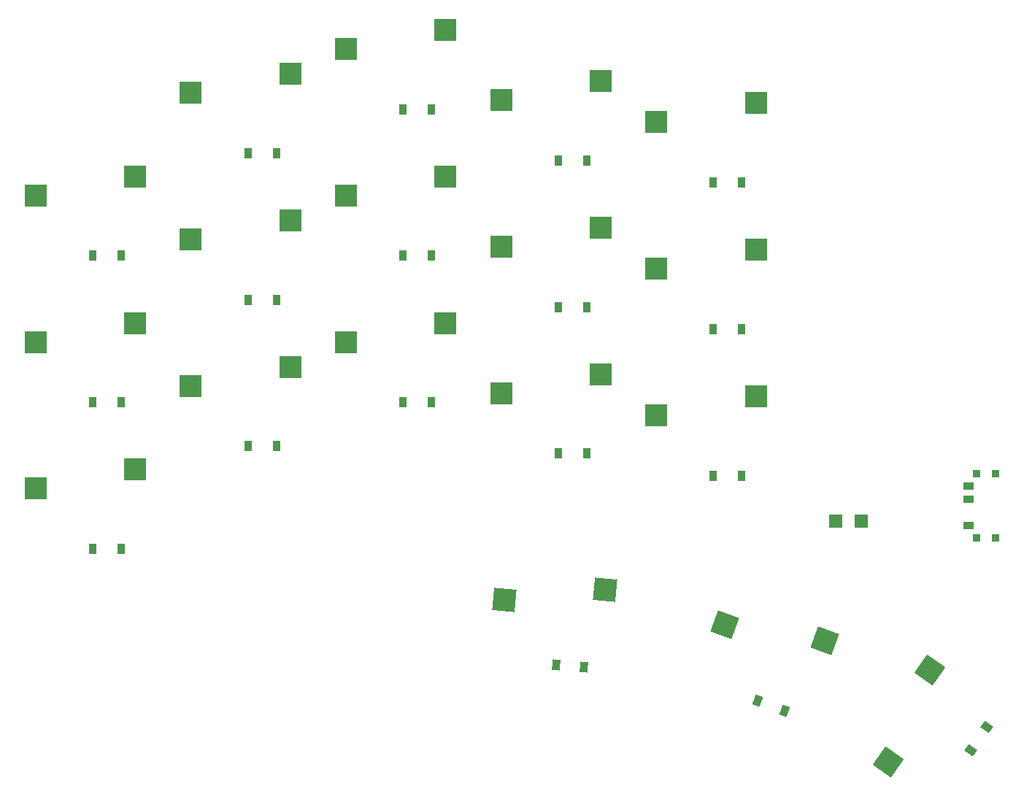
<source format=gbr>
%TF.GenerationSoftware,KiCad,Pcbnew,(6.0.7-1)-1*%
%TF.CreationDate,2022-09-04T19:21:53+10:00*%
%TF.ProjectId,Dusk 36,4475736b-2033-4362-9e6b-696361645f70,v1.0.0*%
%TF.SameCoordinates,Original*%
%TF.FileFunction,Paste,Top*%
%TF.FilePolarity,Positive*%
%FSLAX46Y46*%
G04 Gerber Fmt 4.6, Leading zero omitted, Abs format (unit mm)*
G04 Created by KiCad (PCBNEW (6.0.7-1)-1) date 2022-09-04 19:21:53*
%MOMM*%
%LPD*%
G01*
G04 APERTURE LIST*
G04 Aperture macros list*
%AMRotRect*
0 Rectangle, with rotation*
0 The origin of the aperture is its center*
0 $1 length*
0 $2 width*
0 $3 Rotation angle, in degrees counterclockwise*
0 Add horizontal line*
21,1,$1,$2,0,0,$3*%
G04 Aperture macros list end*
%ADD10R,0.900000X0.900000*%
%ADD11R,1.250000X0.900000*%
%ADD12R,2.600000X2.600000*%
%ADD13R,0.900000X1.200000*%
%ADD14RotRect,0.900000X1.200000X355.000000*%
%ADD15RotRect,2.600000X2.600000X340.000000*%
%ADD16RotRect,0.900000X1.200000X55.000000*%
%ADD17R,1.500000X1.500000*%
%ADD18RotRect,2.600000X2.600000X55.000000*%
%ADD19RotRect,2.600000X2.600000X355.000000*%
%ADD20RotRect,0.900000X1.200000X340.000000*%
G04 APERTURE END LIST*
D10*
%TO.C,T1*%
X239961444Y-100141167D03*
X242161444Y-107541167D03*
X239961444Y-107541167D03*
X242161444Y-100141167D03*
D11*
X238986444Y-106091167D03*
X238986444Y-103091167D03*
X238986444Y-101591167D03*
%TD*%
D12*
%TO.C,S19*%
X196336453Y-88591169D03*
X184786453Y-90791169D03*
%TD*%
D13*
%TO.C,D6*%
X155411442Y-62941168D03*
X158711442Y-62941168D03*
%TD*%
D12*
%TO.C,S7*%
X160336442Y-87741167D03*
X148786442Y-89941167D03*
%TD*%
D14*
%TO.C,D16*%
X191134474Y-122284995D03*
X194421916Y-122572609D03*
%TD*%
D12*
%TO.C,S25*%
X214336452Y-91141167D03*
X202786452Y-93341167D03*
%TD*%
D13*
%TO.C,D1*%
X137411446Y-108841166D03*
X140711446Y-108841166D03*
%TD*%
D12*
%TO.C,S13*%
X178336443Y-82641173D03*
X166786443Y-84841173D03*
%TD*%
D13*
%TO.C,D8*%
X173411442Y-74841174D03*
X176711442Y-74841174D03*
%TD*%
%TO.C,D3*%
X137411449Y-74841168D03*
X140711449Y-74841168D03*
%TD*%
%TO.C,D5*%
X155411445Y-79941170D03*
X158711445Y-79941170D03*
%TD*%
D12*
%TO.C,S5*%
X142336438Y-65641166D03*
X130786438Y-67841166D03*
%TD*%
D15*
%TO.C,S33*%
X222311584Y-119517805D03*
X210705690Y-117634796D03*
%TD*%
D16*
%TO.C,D18*%
X239229194Y-132174088D03*
X241121996Y-129470886D03*
%TD*%
D12*
%TO.C,S17*%
X178336444Y-48641168D03*
X166786444Y-50841168D03*
%TD*%
%TO.C,S21*%
X196336439Y-71591169D03*
X184786439Y-73791169D03*
%TD*%
D17*
%TO.C,PAD1*%
X226561441Y-105591169D03*
%TD*%
D12*
%TO.C,S3*%
X142336447Y-82641163D03*
X130786447Y-84841163D03*
%TD*%
D13*
%TO.C,D12*%
X191411444Y-63791175D03*
X194711444Y-63791175D03*
%TD*%
D12*
%TO.C,S1*%
X142336440Y-99641160D03*
X130786440Y-101841160D03*
%TD*%
%TO.C,S15*%
X178336439Y-65641167D03*
X166786439Y-67841167D03*
%TD*%
D18*
%TO.C,S35*%
X234517847Y-122862859D03*
X229695174Y-133585934D03*
%TD*%
D12*
%TO.C,S27*%
X214336440Y-74141175D03*
X202786440Y-76341175D03*
%TD*%
D19*
%TO.C,S31*%
X196842558Y-113549252D03*
X185144767Y-114734231D03*
%TD*%
D13*
%TO.C,D15*%
X209411447Y-66341168D03*
X212711447Y-66341168D03*
%TD*%
%TO.C,D13*%
X209411444Y-100341176D03*
X212711444Y-100341176D03*
%TD*%
D20*
%TO.C,D17*%
X214537016Y-126478525D03*
X217638002Y-127607191D03*
%TD*%
D13*
%TO.C,D11*%
X191411444Y-80791162D03*
X194711444Y-80791162D03*
%TD*%
D12*
%TO.C,S11*%
X160336439Y-53741165D03*
X148786439Y-55941165D03*
%TD*%
%TO.C,S23*%
X196336438Y-54591167D03*
X184786438Y-56791167D03*
%TD*%
D17*
%TO.C,PAD2*%
X223561448Y-105591175D03*
%TD*%
D13*
%TO.C,D14*%
X209411440Y-83341165D03*
X212711440Y-83341165D03*
%TD*%
%TO.C,D7*%
X173411437Y-91841170D03*
X176711437Y-91841170D03*
%TD*%
%TO.C,D10*%
X191411448Y-97791167D03*
X194711448Y-97791167D03*
%TD*%
D12*
%TO.C,S9*%
X160336445Y-70741170D03*
X148786445Y-72941170D03*
%TD*%
D13*
%TO.C,D4*%
X155411444Y-96941166D03*
X158711444Y-96941166D03*
%TD*%
%TO.C,D9*%
X173411442Y-57841165D03*
X176711442Y-57841165D03*
%TD*%
%TO.C,D2*%
X137411440Y-91841171D03*
X140711440Y-91841171D03*
%TD*%
D12*
%TO.C,S29*%
X214336446Y-57141168D03*
X202786446Y-59341168D03*
%TD*%
M02*

</source>
